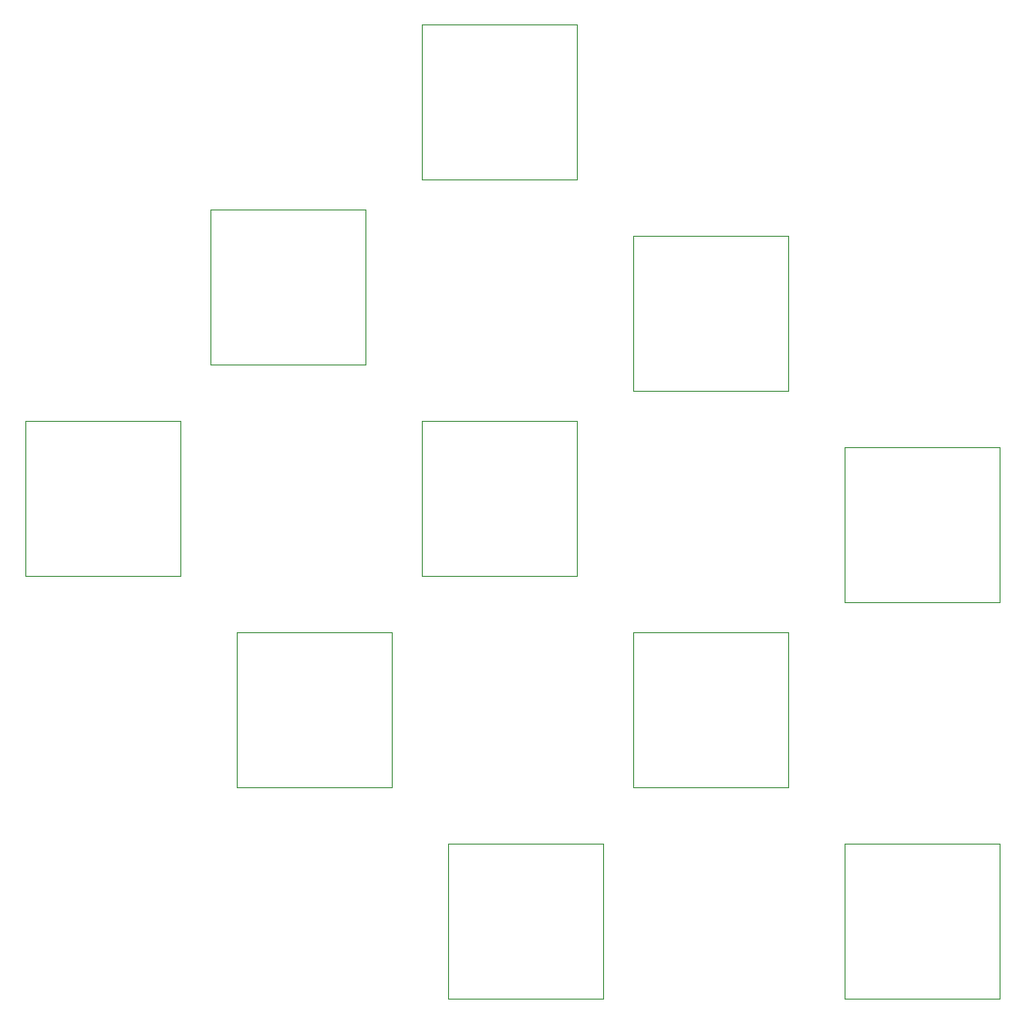
<source format=gbr>
%TF.GenerationSoftware,KiCad,Pcbnew,(6.0.1)*%
%TF.CreationDate,2022-02-09T22:22:52-05:00*%
%TF.ProjectId,herringbone_macro_pad,68657272-696e-4676-926f-6e655f6d6163,rev?*%
%TF.SameCoordinates,Original*%
%TF.FileFunction,Legend,Top*%
%TF.FilePolarity,Positive*%
%FSLAX46Y46*%
G04 Gerber Fmt 4.6, Leading zero omitted, Abs format (unit mm)*
G04 Created by KiCad (PCBNEW (6.0.1)) date 2022-02-09 22:22:52*
%MOMM*%
%LPD*%
G01*
G04 APERTURE LIST*
%ADD10C,0.120000*%
G04 APERTURE END LIST*
D10*
%TO.C,SW9*%
X207025000Y-88250056D02*
X207025000Y-102250056D01*
X193025000Y-88250056D02*
X207025000Y-88250056D01*
X193025000Y-102250056D02*
X193025000Y-88250056D01*
X193025000Y-102250056D02*
X207025000Y-102250056D01*
%TO.C,SW8*%
X173975000Y-118918806D02*
X173975000Y-104918806D01*
X173975000Y-104918806D02*
X187975000Y-104918806D01*
X187975000Y-104918806D02*
X187975000Y-118918806D01*
X173975000Y-118918806D02*
X187975000Y-118918806D01*
%TO.C,SW3*%
X154925058Y-64150056D02*
X154925058Y-50150056D01*
X154925058Y-64150056D02*
X168925058Y-64150056D01*
X168925058Y-50150056D02*
X168925058Y-64150056D01*
X154925058Y-50150056D02*
X168925058Y-50150056D01*
%TO.C,SW10*%
X193025000Y-123968806D02*
X207025000Y-123968806D01*
X193025000Y-123968806D02*
X193025000Y-137968806D01*
X207025000Y-123968806D02*
X207025000Y-137968806D01*
X207025000Y-137968806D02*
X193025000Y-137968806D01*
%TO.C,SW6*%
X173975000Y-83200000D02*
X173975000Y-69200000D01*
X187975000Y-69200000D02*
X187975000Y-83200000D01*
X173975000Y-83200000D02*
X187975000Y-83200000D01*
X173975000Y-69200000D02*
X187975000Y-69200000D01*
%TO.C,SW1*%
X119206306Y-85868922D02*
X119206306Y-99868922D01*
X133206306Y-99868922D02*
X119206306Y-99868922D01*
X119206306Y-85868922D02*
X133206306Y-85868922D01*
X133206306Y-85868922D02*
X133206306Y-99868922D01*
%TO.C,SW7*%
X171306250Y-137968864D02*
X157306250Y-137968864D01*
X171306250Y-123968864D02*
X171306250Y-137968864D01*
X157306250Y-123968864D02*
X157306250Y-137968864D01*
X157306250Y-123968864D02*
X171306250Y-123968864D01*
%TO.C,SW2*%
X135875000Y-80818806D02*
X135875000Y-66818806D01*
X135875000Y-66818806D02*
X149875000Y-66818806D01*
X135875000Y-80818806D02*
X149875000Y-80818806D01*
X149875000Y-66818806D02*
X149875000Y-80818806D01*
%TO.C,SW5*%
X168925000Y-85868806D02*
X168925000Y-99868806D01*
X154925000Y-85868806D02*
X168925000Y-85868806D01*
X154925000Y-85868806D02*
X154925000Y-99868806D01*
X168925000Y-99868806D02*
X154925000Y-99868806D01*
%TO.C,SW4*%
X152256250Y-104918864D02*
X152256250Y-118918864D01*
X138256250Y-104918864D02*
X152256250Y-104918864D01*
X152256250Y-118918864D02*
X138256250Y-118918864D01*
X138256250Y-104918864D02*
X138256250Y-118918864D01*
%TD*%
M02*

</source>
